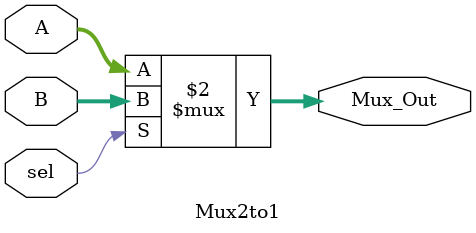
<source format=v>
module Mux2to1 (
    sel, A, B, Mux_Out
);

input         sel;
input  [31:0] A, B;
output [31:0] Mux_Out;

assign Mux_Out = (sel == 1'b0) ? A : B;
endmodule
</source>
